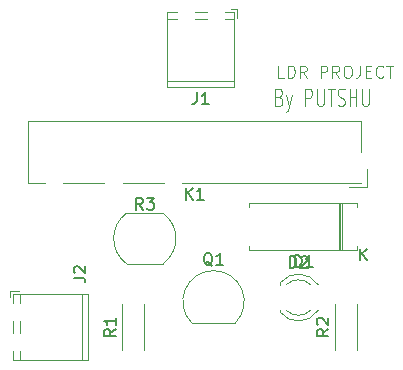
<source format=gbr>
%TF.GenerationSoftware,KiCad,Pcbnew,8.0.5*%
%TF.CreationDate,2024-12-26T12:48:10+03:00*%
%TF.ProjectId,LDR_Project,4c44525f-5072-46f6-9a65-63742e6b6963,rev?*%
%TF.SameCoordinates,Original*%
%TF.FileFunction,Legend,Top*%
%TF.FilePolarity,Positive*%
%FSLAX46Y46*%
G04 Gerber Fmt 4.6, Leading zero omitted, Abs format (unit mm)*
G04 Created by KiCad (PCBNEW 8.0.5) date 2024-12-26 12:48:10*
%MOMM*%
%LPD*%
G01*
G04 APERTURE LIST*
%ADD10C,0.100000*%
%ADD11C,0.150000*%
%ADD12C,0.120000*%
G04 APERTURE END LIST*
D10*
X138380952Y-73025514D02*
X138523809Y-73096942D01*
X138523809Y-73096942D02*
X138571428Y-73168371D01*
X138571428Y-73168371D02*
X138619047Y-73311228D01*
X138619047Y-73311228D02*
X138619047Y-73525514D01*
X138619047Y-73525514D02*
X138571428Y-73668371D01*
X138571428Y-73668371D02*
X138523809Y-73739800D01*
X138523809Y-73739800D02*
X138428571Y-73811228D01*
X138428571Y-73811228D02*
X138047619Y-73811228D01*
X138047619Y-73811228D02*
X138047619Y-72311228D01*
X138047619Y-72311228D02*
X138380952Y-72311228D01*
X138380952Y-72311228D02*
X138476190Y-72382657D01*
X138476190Y-72382657D02*
X138523809Y-72454085D01*
X138523809Y-72454085D02*
X138571428Y-72596942D01*
X138571428Y-72596942D02*
X138571428Y-72739800D01*
X138571428Y-72739800D02*
X138523809Y-72882657D01*
X138523809Y-72882657D02*
X138476190Y-72954085D01*
X138476190Y-72954085D02*
X138380952Y-73025514D01*
X138380952Y-73025514D02*
X138047619Y-73025514D01*
X138952381Y-72811228D02*
X139190476Y-73811228D01*
X139428571Y-72811228D02*
X139190476Y-73811228D01*
X139190476Y-73811228D02*
X139095238Y-74168371D01*
X139095238Y-74168371D02*
X139047619Y-74239800D01*
X139047619Y-74239800D02*
X138952381Y-74311228D01*
X140571429Y-73811228D02*
X140571429Y-72311228D01*
X140571429Y-72311228D02*
X140952381Y-72311228D01*
X140952381Y-72311228D02*
X141047619Y-72382657D01*
X141047619Y-72382657D02*
X141095238Y-72454085D01*
X141095238Y-72454085D02*
X141142857Y-72596942D01*
X141142857Y-72596942D02*
X141142857Y-72811228D01*
X141142857Y-72811228D02*
X141095238Y-72954085D01*
X141095238Y-72954085D02*
X141047619Y-73025514D01*
X141047619Y-73025514D02*
X140952381Y-73096942D01*
X140952381Y-73096942D02*
X140571429Y-73096942D01*
X141571429Y-72311228D02*
X141571429Y-73525514D01*
X141571429Y-73525514D02*
X141619048Y-73668371D01*
X141619048Y-73668371D02*
X141666667Y-73739800D01*
X141666667Y-73739800D02*
X141761905Y-73811228D01*
X141761905Y-73811228D02*
X141952381Y-73811228D01*
X141952381Y-73811228D02*
X142047619Y-73739800D01*
X142047619Y-73739800D02*
X142095238Y-73668371D01*
X142095238Y-73668371D02*
X142142857Y-73525514D01*
X142142857Y-73525514D02*
X142142857Y-72311228D01*
X142476191Y-72311228D02*
X143047619Y-72311228D01*
X142761905Y-73811228D02*
X142761905Y-72311228D01*
X143333334Y-73739800D02*
X143476191Y-73811228D01*
X143476191Y-73811228D02*
X143714286Y-73811228D01*
X143714286Y-73811228D02*
X143809524Y-73739800D01*
X143809524Y-73739800D02*
X143857143Y-73668371D01*
X143857143Y-73668371D02*
X143904762Y-73525514D01*
X143904762Y-73525514D02*
X143904762Y-73382657D01*
X143904762Y-73382657D02*
X143857143Y-73239800D01*
X143857143Y-73239800D02*
X143809524Y-73168371D01*
X143809524Y-73168371D02*
X143714286Y-73096942D01*
X143714286Y-73096942D02*
X143523810Y-73025514D01*
X143523810Y-73025514D02*
X143428572Y-72954085D01*
X143428572Y-72954085D02*
X143380953Y-72882657D01*
X143380953Y-72882657D02*
X143333334Y-72739800D01*
X143333334Y-72739800D02*
X143333334Y-72596942D01*
X143333334Y-72596942D02*
X143380953Y-72454085D01*
X143380953Y-72454085D02*
X143428572Y-72382657D01*
X143428572Y-72382657D02*
X143523810Y-72311228D01*
X143523810Y-72311228D02*
X143761905Y-72311228D01*
X143761905Y-72311228D02*
X143904762Y-72382657D01*
X144333334Y-73811228D02*
X144333334Y-72311228D01*
X144333334Y-73025514D02*
X144904762Y-73025514D01*
X144904762Y-73811228D02*
X144904762Y-72311228D01*
X145380953Y-72311228D02*
X145380953Y-73525514D01*
X145380953Y-73525514D02*
X145428572Y-73668371D01*
X145428572Y-73668371D02*
X145476191Y-73739800D01*
X145476191Y-73739800D02*
X145571429Y-73811228D01*
X145571429Y-73811228D02*
X145761905Y-73811228D01*
X145761905Y-73811228D02*
X145857143Y-73739800D01*
X145857143Y-73739800D02*
X145904762Y-73668371D01*
X145904762Y-73668371D02*
X145952381Y-73525514D01*
X145952381Y-73525514D02*
X145952381Y-72311228D01*
X138780074Y-71372419D02*
X138303884Y-71372419D01*
X138303884Y-71372419D02*
X138303884Y-70372419D01*
X139113408Y-71372419D02*
X139113408Y-70372419D01*
X139113408Y-70372419D02*
X139351503Y-70372419D01*
X139351503Y-70372419D02*
X139494360Y-70420038D01*
X139494360Y-70420038D02*
X139589598Y-70515276D01*
X139589598Y-70515276D02*
X139637217Y-70610514D01*
X139637217Y-70610514D02*
X139684836Y-70800990D01*
X139684836Y-70800990D02*
X139684836Y-70943847D01*
X139684836Y-70943847D02*
X139637217Y-71134323D01*
X139637217Y-71134323D02*
X139589598Y-71229561D01*
X139589598Y-71229561D02*
X139494360Y-71324800D01*
X139494360Y-71324800D02*
X139351503Y-71372419D01*
X139351503Y-71372419D02*
X139113408Y-71372419D01*
X140684836Y-71372419D02*
X140351503Y-70896228D01*
X140113408Y-71372419D02*
X140113408Y-70372419D01*
X140113408Y-70372419D02*
X140494360Y-70372419D01*
X140494360Y-70372419D02*
X140589598Y-70420038D01*
X140589598Y-70420038D02*
X140637217Y-70467657D01*
X140637217Y-70467657D02*
X140684836Y-70562895D01*
X140684836Y-70562895D02*
X140684836Y-70705752D01*
X140684836Y-70705752D02*
X140637217Y-70800990D01*
X140637217Y-70800990D02*
X140589598Y-70848609D01*
X140589598Y-70848609D02*
X140494360Y-70896228D01*
X140494360Y-70896228D02*
X140113408Y-70896228D01*
X141875313Y-71372419D02*
X141875313Y-70372419D01*
X141875313Y-70372419D02*
X142256265Y-70372419D01*
X142256265Y-70372419D02*
X142351503Y-70420038D01*
X142351503Y-70420038D02*
X142399122Y-70467657D01*
X142399122Y-70467657D02*
X142446741Y-70562895D01*
X142446741Y-70562895D02*
X142446741Y-70705752D01*
X142446741Y-70705752D02*
X142399122Y-70800990D01*
X142399122Y-70800990D02*
X142351503Y-70848609D01*
X142351503Y-70848609D02*
X142256265Y-70896228D01*
X142256265Y-70896228D02*
X141875313Y-70896228D01*
X143446741Y-71372419D02*
X143113408Y-70896228D01*
X142875313Y-71372419D02*
X142875313Y-70372419D01*
X142875313Y-70372419D02*
X143256265Y-70372419D01*
X143256265Y-70372419D02*
X143351503Y-70420038D01*
X143351503Y-70420038D02*
X143399122Y-70467657D01*
X143399122Y-70467657D02*
X143446741Y-70562895D01*
X143446741Y-70562895D02*
X143446741Y-70705752D01*
X143446741Y-70705752D02*
X143399122Y-70800990D01*
X143399122Y-70800990D02*
X143351503Y-70848609D01*
X143351503Y-70848609D02*
X143256265Y-70896228D01*
X143256265Y-70896228D02*
X142875313Y-70896228D01*
X144065789Y-70372419D02*
X144256265Y-70372419D01*
X144256265Y-70372419D02*
X144351503Y-70420038D01*
X144351503Y-70420038D02*
X144446741Y-70515276D01*
X144446741Y-70515276D02*
X144494360Y-70705752D01*
X144494360Y-70705752D02*
X144494360Y-71039085D01*
X144494360Y-71039085D02*
X144446741Y-71229561D01*
X144446741Y-71229561D02*
X144351503Y-71324800D01*
X144351503Y-71324800D02*
X144256265Y-71372419D01*
X144256265Y-71372419D02*
X144065789Y-71372419D01*
X144065789Y-71372419D02*
X143970551Y-71324800D01*
X143970551Y-71324800D02*
X143875313Y-71229561D01*
X143875313Y-71229561D02*
X143827694Y-71039085D01*
X143827694Y-71039085D02*
X143827694Y-70705752D01*
X143827694Y-70705752D02*
X143875313Y-70515276D01*
X143875313Y-70515276D02*
X143970551Y-70420038D01*
X143970551Y-70420038D02*
X144065789Y-70372419D01*
X145208646Y-70372419D02*
X145208646Y-71086704D01*
X145208646Y-71086704D02*
X145161027Y-71229561D01*
X145161027Y-71229561D02*
X145065789Y-71324800D01*
X145065789Y-71324800D02*
X144922932Y-71372419D01*
X144922932Y-71372419D02*
X144827694Y-71372419D01*
X145684837Y-70848609D02*
X146018170Y-70848609D01*
X146161027Y-71372419D02*
X145684837Y-71372419D01*
X145684837Y-71372419D02*
X145684837Y-70372419D01*
X145684837Y-70372419D02*
X146161027Y-70372419D01*
X147161027Y-71277180D02*
X147113408Y-71324800D01*
X147113408Y-71324800D02*
X146970551Y-71372419D01*
X146970551Y-71372419D02*
X146875313Y-71372419D01*
X146875313Y-71372419D02*
X146732456Y-71324800D01*
X146732456Y-71324800D02*
X146637218Y-71229561D01*
X146637218Y-71229561D02*
X146589599Y-71134323D01*
X146589599Y-71134323D02*
X146541980Y-70943847D01*
X146541980Y-70943847D02*
X146541980Y-70800990D01*
X146541980Y-70800990D02*
X146589599Y-70610514D01*
X146589599Y-70610514D02*
X146637218Y-70515276D01*
X146637218Y-70515276D02*
X146732456Y-70420038D01*
X146732456Y-70420038D02*
X146875313Y-70372419D01*
X146875313Y-70372419D02*
X146970551Y-70372419D01*
X146970551Y-70372419D02*
X147113408Y-70420038D01*
X147113408Y-70420038D02*
X147161027Y-70467657D01*
X147446742Y-70372419D02*
X148018170Y-70372419D01*
X147732456Y-71372419D02*
X147732456Y-70372419D01*
D11*
X126833333Y-82554819D02*
X126500000Y-82078628D01*
X126261905Y-82554819D02*
X126261905Y-81554819D01*
X126261905Y-81554819D02*
X126642857Y-81554819D01*
X126642857Y-81554819D02*
X126738095Y-81602438D01*
X126738095Y-81602438D02*
X126785714Y-81650057D01*
X126785714Y-81650057D02*
X126833333Y-81745295D01*
X126833333Y-81745295D02*
X126833333Y-81888152D01*
X126833333Y-81888152D02*
X126785714Y-81983390D01*
X126785714Y-81983390D02*
X126738095Y-82031009D01*
X126738095Y-82031009D02*
X126642857Y-82078628D01*
X126642857Y-82078628D02*
X126261905Y-82078628D01*
X127166667Y-81554819D02*
X127785714Y-81554819D01*
X127785714Y-81554819D02*
X127452381Y-81935771D01*
X127452381Y-81935771D02*
X127595238Y-81935771D01*
X127595238Y-81935771D02*
X127690476Y-81983390D01*
X127690476Y-81983390D02*
X127738095Y-82031009D01*
X127738095Y-82031009D02*
X127785714Y-82126247D01*
X127785714Y-82126247D02*
X127785714Y-82364342D01*
X127785714Y-82364342D02*
X127738095Y-82459580D01*
X127738095Y-82459580D02*
X127690476Y-82507200D01*
X127690476Y-82507200D02*
X127595238Y-82554819D01*
X127595238Y-82554819D02*
X127309524Y-82554819D01*
X127309524Y-82554819D02*
X127214286Y-82507200D01*
X127214286Y-82507200D02*
X127166667Y-82459580D01*
X124534819Y-92666666D02*
X124058628Y-92999999D01*
X124534819Y-93238094D02*
X123534819Y-93238094D01*
X123534819Y-93238094D02*
X123534819Y-92857142D01*
X123534819Y-92857142D02*
X123582438Y-92761904D01*
X123582438Y-92761904D02*
X123630057Y-92714285D01*
X123630057Y-92714285D02*
X123725295Y-92666666D01*
X123725295Y-92666666D02*
X123868152Y-92666666D01*
X123868152Y-92666666D02*
X123963390Y-92714285D01*
X123963390Y-92714285D02*
X124011009Y-92761904D01*
X124011009Y-92761904D02*
X124058628Y-92857142D01*
X124058628Y-92857142D02*
X124058628Y-93238094D01*
X124534819Y-91714285D02*
X124534819Y-92285713D01*
X124534819Y-91999999D02*
X123534819Y-91999999D01*
X123534819Y-91999999D02*
X123677676Y-92095237D01*
X123677676Y-92095237D02*
X123772914Y-92190475D01*
X123772914Y-92190475D02*
X123820533Y-92285713D01*
X132709761Y-87315057D02*
X132614523Y-87267438D01*
X132614523Y-87267438D02*
X132519285Y-87172200D01*
X132519285Y-87172200D02*
X132376428Y-87029342D01*
X132376428Y-87029342D02*
X132281190Y-86981723D01*
X132281190Y-86981723D02*
X132185952Y-86981723D01*
X132233571Y-87219819D02*
X132138333Y-87172200D01*
X132138333Y-87172200D02*
X132043095Y-87076961D01*
X132043095Y-87076961D02*
X131995476Y-86886485D01*
X131995476Y-86886485D02*
X131995476Y-86553152D01*
X131995476Y-86553152D02*
X132043095Y-86362676D01*
X132043095Y-86362676D02*
X132138333Y-86267438D01*
X132138333Y-86267438D02*
X132233571Y-86219819D01*
X132233571Y-86219819D02*
X132424047Y-86219819D01*
X132424047Y-86219819D02*
X132519285Y-86267438D01*
X132519285Y-86267438D02*
X132614523Y-86362676D01*
X132614523Y-86362676D02*
X132662142Y-86553152D01*
X132662142Y-86553152D02*
X132662142Y-86886485D01*
X132662142Y-86886485D02*
X132614523Y-87076961D01*
X132614523Y-87076961D02*
X132519285Y-87172200D01*
X132519285Y-87172200D02*
X132424047Y-87219819D01*
X132424047Y-87219819D02*
X132233571Y-87219819D01*
X133614523Y-87219819D02*
X133043095Y-87219819D01*
X133328809Y-87219819D02*
X133328809Y-86219819D01*
X133328809Y-86219819D02*
X133233571Y-86362676D01*
X133233571Y-86362676D02*
X133138333Y-86457914D01*
X133138333Y-86457914D02*
X133043095Y-86505533D01*
X120954819Y-88333333D02*
X121669104Y-88333333D01*
X121669104Y-88333333D02*
X121811961Y-88380952D01*
X121811961Y-88380952D02*
X121907200Y-88476190D01*
X121907200Y-88476190D02*
X121954819Y-88619047D01*
X121954819Y-88619047D02*
X121954819Y-88714285D01*
X121050057Y-87904761D02*
X121002438Y-87857142D01*
X121002438Y-87857142D02*
X120954819Y-87761904D01*
X120954819Y-87761904D02*
X120954819Y-87523809D01*
X120954819Y-87523809D02*
X121002438Y-87428571D01*
X121002438Y-87428571D02*
X121050057Y-87380952D01*
X121050057Y-87380952D02*
X121145295Y-87333333D01*
X121145295Y-87333333D02*
X121240533Y-87333333D01*
X121240533Y-87333333D02*
X121383390Y-87380952D01*
X121383390Y-87380952D02*
X121954819Y-87952380D01*
X121954819Y-87952380D02*
X121954819Y-87333333D01*
X139256905Y-87494819D02*
X139256905Y-86494819D01*
X139256905Y-86494819D02*
X139495000Y-86494819D01*
X139495000Y-86494819D02*
X139637857Y-86542438D01*
X139637857Y-86542438D02*
X139733095Y-86637676D01*
X139733095Y-86637676D02*
X139780714Y-86732914D01*
X139780714Y-86732914D02*
X139828333Y-86923390D01*
X139828333Y-86923390D02*
X139828333Y-87066247D01*
X139828333Y-87066247D02*
X139780714Y-87256723D01*
X139780714Y-87256723D02*
X139733095Y-87351961D01*
X139733095Y-87351961D02*
X139637857Y-87447200D01*
X139637857Y-87447200D02*
X139495000Y-87494819D01*
X139495000Y-87494819D02*
X139256905Y-87494819D01*
X140209286Y-86590057D02*
X140256905Y-86542438D01*
X140256905Y-86542438D02*
X140352143Y-86494819D01*
X140352143Y-86494819D02*
X140590238Y-86494819D01*
X140590238Y-86494819D02*
X140685476Y-86542438D01*
X140685476Y-86542438D02*
X140733095Y-86590057D01*
X140733095Y-86590057D02*
X140780714Y-86685295D01*
X140780714Y-86685295D02*
X140780714Y-86780533D01*
X140780714Y-86780533D02*
X140733095Y-86923390D01*
X140733095Y-86923390D02*
X140161667Y-87494819D01*
X140161667Y-87494819D02*
X140780714Y-87494819D01*
X131396666Y-72614819D02*
X131396666Y-73329104D01*
X131396666Y-73329104D02*
X131349047Y-73471961D01*
X131349047Y-73471961D02*
X131253809Y-73567200D01*
X131253809Y-73567200D02*
X131110952Y-73614819D01*
X131110952Y-73614819D02*
X131015714Y-73614819D01*
X132396666Y-73614819D02*
X131825238Y-73614819D01*
X132110952Y-73614819D02*
X132110952Y-72614819D01*
X132110952Y-72614819D02*
X132015714Y-72757676D01*
X132015714Y-72757676D02*
X131920476Y-72852914D01*
X131920476Y-72852914D02*
X131825238Y-72900533D01*
X130461905Y-81704819D02*
X130461905Y-80704819D01*
X131033333Y-81704819D02*
X130604762Y-81133390D01*
X131033333Y-80704819D02*
X130461905Y-81276247D01*
X131985714Y-81704819D02*
X131414286Y-81704819D01*
X131700000Y-81704819D02*
X131700000Y-80704819D01*
X131700000Y-80704819D02*
X131604762Y-80847676D01*
X131604762Y-80847676D02*
X131509524Y-80942914D01*
X131509524Y-80942914D02*
X131414286Y-80990533D01*
X139681905Y-87424819D02*
X139681905Y-86424819D01*
X139681905Y-86424819D02*
X139920000Y-86424819D01*
X139920000Y-86424819D02*
X140062857Y-86472438D01*
X140062857Y-86472438D02*
X140158095Y-86567676D01*
X140158095Y-86567676D02*
X140205714Y-86662914D01*
X140205714Y-86662914D02*
X140253333Y-86853390D01*
X140253333Y-86853390D02*
X140253333Y-86996247D01*
X140253333Y-86996247D02*
X140205714Y-87186723D01*
X140205714Y-87186723D02*
X140158095Y-87281961D01*
X140158095Y-87281961D02*
X140062857Y-87377200D01*
X140062857Y-87377200D02*
X139920000Y-87424819D01*
X139920000Y-87424819D02*
X139681905Y-87424819D01*
X141205714Y-87424819D02*
X140634286Y-87424819D01*
X140920000Y-87424819D02*
X140920000Y-86424819D01*
X140920000Y-86424819D02*
X140824762Y-86567676D01*
X140824762Y-86567676D02*
X140729524Y-86662914D01*
X140729524Y-86662914D02*
X140634286Y-86710533D01*
X145238095Y-86854819D02*
X145238095Y-85854819D01*
X145809523Y-86854819D02*
X145380952Y-86283390D01*
X145809523Y-85854819D02*
X145238095Y-86426247D01*
X142534819Y-92666666D02*
X142058628Y-92999999D01*
X142534819Y-93238094D02*
X141534819Y-93238094D01*
X141534819Y-93238094D02*
X141534819Y-92857142D01*
X141534819Y-92857142D02*
X141582438Y-92761904D01*
X141582438Y-92761904D02*
X141630057Y-92714285D01*
X141630057Y-92714285D02*
X141725295Y-92666666D01*
X141725295Y-92666666D02*
X141868152Y-92666666D01*
X141868152Y-92666666D02*
X141963390Y-92714285D01*
X141963390Y-92714285D02*
X142011009Y-92761904D01*
X142011009Y-92761904D02*
X142058628Y-92857142D01*
X142058628Y-92857142D02*
X142058628Y-93238094D01*
X141630057Y-92285713D02*
X141582438Y-92238094D01*
X141582438Y-92238094D02*
X141534819Y-92142856D01*
X141534819Y-92142856D02*
X141534819Y-91904761D01*
X141534819Y-91904761D02*
X141582438Y-91809523D01*
X141582438Y-91809523D02*
X141630057Y-91761904D01*
X141630057Y-91761904D02*
X141725295Y-91714285D01*
X141725295Y-91714285D02*
X141820533Y-91714285D01*
X141820533Y-91714285D02*
X141963390Y-91761904D01*
X141963390Y-91761904D02*
X142534819Y-92333332D01*
X142534819Y-92333332D02*
X142534819Y-91714285D01*
D12*
%TO.C,R3*%
X125450000Y-82850000D02*
X128500000Y-82850000D01*
X125450000Y-87150000D02*
X128500000Y-87150000D01*
X125450000Y-87150000D02*
G75*
G02*
X125471766Y-82834475I1550000J2150000D01*
G01*
X128500000Y-82850000D02*
G75*
G02*
X128544513Y-87118249I-1500000J-2150000D01*
G01*
%TO.C,R1*%
X125080000Y-94420000D02*
X125080000Y-90580000D01*
X126920000Y-94420000D02*
X126920000Y-90580000D01*
%TO.C,Q1*%
X131005000Y-92175000D02*
X134605000Y-92175000D01*
X130966522Y-92163478D02*
G75*
G02*
X132805000Y-87724999I1838478J1838478D01*
G01*
X132805000Y-87725000D02*
G75*
G02*
X134643478Y-92163478I0J-2600000D01*
G01*
%TO.C,J2*%
X115600000Y-89430000D02*
X115600000Y-89930000D01*
X115840000Y-89670000D02*
X115840000Y-90440000D01*
X115840000Y-92020000D02*
X115840000Y-92980000D01*
X115840000Y-94560000D02*
X115840000Y-95330000D01*
X116340000Y-89430000D02*
X115600000Y-89430000D01*
X116400000Y-89670000D02*
X116400000Y-90440000D01*
X116400000Y-92020000D02*
X116400000Y-92980000D01*
X116400000Y-94560000D02*
X116400000Y-95330000D01*
X121700000Y-89670000D02*
X121700000Y-95330000D01*
X122160000Y-89670000D02*
X115840000Y-89670000D01*
X122160000Y-89670000D02*
X122160000Y-95330000D01*
X122160000Y-95330000D02*
X115840000Y-95330000D01*
%TO.C,D2*%
X138435000Y-88764000D02*
X138435000Y-88920000D01*
X138435000Y-91080000D02*
X138435000Y-91236000D01*
X138435000Y-88764484D02*
G75*
G02*
X141667335Y-88921392I1560000J-1235516D01*
G01*
X138954039Y-88920000D02*
G75*
G02*
X141036130Y-88920163I1040961J-1080000D01*
G01*
X141036130Y-91079837D02*
G75*
G02*
X138954039Y-91080000I-1041130J1079837D01*
G01*
X141667335Y-91078608D02*
G75*
G02*
X138435000Y-91235516I-1672335J1078608D01*
G01*
%TO.C,J1*%
X128900000Y-72160000D02*
X128900000Y-65840000D01*
X129670000Y-65840000D02*
X128900000Y-65840000D01*
X129670000Y-66400000D02*
X128900000Y-66400000D01*
X132210000Y-65840000D02*
X131250000Y-65840000D01*
X132210000Y-66400000D02*
X131250000Y-66400000D01*
X134560000Y-65840000D02*
X133790000Y-65840000D01*
X134560000Y-66400000D02*
X133790000Y-66400000D01*
X134560000Y-71700000D02*
X128900000Y-71700000D01*
X134560000Y-72160000D02*
X128900000Y-72160000D01*
X134560000Y-72160000D02*
X134560000Y-65840000D01*
X134800000Y-65600000D02*
X134300000Y-65600000D01*
X134800000Y-66340000D02*
X134800000Y-65600000D01*
%TO.C,K1*%
X117090000Y-75090000D02*
X117090000Y-80310000D01*
X118500000Y-80310000D02*
X117090000Y-80310000D01*
X123560000Y-80310000D02*
X120080000Y-80310000D01*
X128630000Y-80310000D02*
X125100000Y-80310000D01*
X130150000Y-80310000D02*
X145310000Y-80310000D01*
X145310000Y-75090000D02*
X117090000Y-75090000D01*
X145310000Y-75090000D02*
X145310000Y-77700000D01*
X145760000Y-79110000D02*
X145760000Y-80610000D01*
X145760000Y-80610000D02*
X144260000Y-80610000D01*
%TO.C,D1*%
X135850000Y-82030000D02*
X135850000Y-82360000D01*
X135850000Y-85970000D02*
X135850000Y-85640000D01*
X143415000Y-85970000D02*
X143415000Y-82030000D01*
X143535000Y-85970000D02*
X143535000Y-82030000D01*
X143655000Y-85970000D02*
X143655000Y-82030000D01*
X144990000Y-82030000D02*
X135850000Y-82030000D01*
X144990000Y-82360000D02*
X144990000Y-82030000D01*
X144990000Y-85640000D02*
X144990000Y-85970000D01*
X144990000Y-85970000D02*
X135850000Y-85970000D01*
%TO.C,R2*%
X143080000Y-94420000D02*
X143080000Y-90580000D01*
X144920000Y-94420000D02*
X144920000Y-90580000D01*
%TD*%
M02*

</source>
